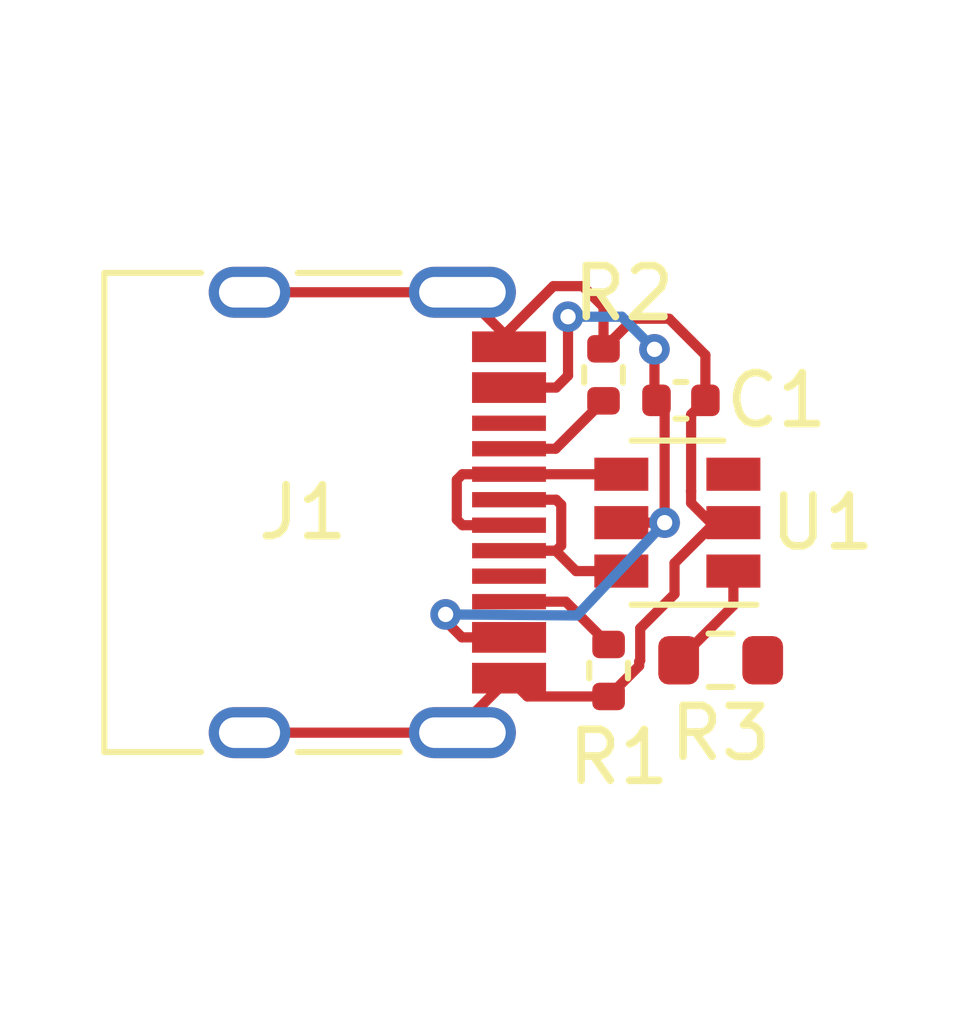
<source format=kicad_pcb>
(kicad_pcb (version 20221018) (generator pcbnew)
  (layers (0 "F.Cu" signal) (31 "B.Cu" signal) (34 "B.Paste" user) (35 "F.Paste" user) (36 "B.SilkS" user "B.Silkscreen") (37 "F.SilkS" user "F.Silkscreen") (38 "B.Mask" user) (39 "F.Mask" user) (44 "Edge.Cuts" user))
  (net 0 "")
  (net 1 "GND")
  (net 2 "VBUS")
  (net 3 "Net-(J1-PadB8)")
  (net 4 "Net-(J1-PadA5)")
  (net 5 "/USB_D-")
  (net 6 "/USB_D+")
  (net 7 "Net-(J1-PadA8)")
  (net 8 "Net-(J1-PadB5)")
  (net 9 "+3V3")
  (net 10 "/D+")
  (net 11 "/D-")
  (footprint "Resistor_SMD:R_0402_1005Metric" (layer "F.Cu") (at 149 89.5 -90)
    (fp_text reference "R1" (at 1.7 -0.2 180) (layer "F.SilkS"))
    (fp_text value "5.1k")
    (fp_line (start -0.153641 -0.38) (end 0.153641 -0.38) (stroke (width 0.12)) (layer "F.SilkS"))
    (fp_line (start -0.153641 0.38) (end 0.153641 0.38) (stroke (width 0.12)) (layer "F.SilkS"))
    (pad "1" smd roundrect (at -0.51 0 270) (size 0.54 0.64) (layers "F.Cu" "F.Paste" "F.Mask") (net 8 "Net-(J1-PadB5)"))
    (pad "2" smd roundrect (at 0.51 0 270) (size 0.54 0.64) (layers "F.Cu" "F.Paste" "F.Mask") (net 1 "GND"))
  )
  (footprint "Resistor_SMD:R_0402_1005Metric" (layer "F.Cu") (at 148.9 83.7 90)
    (fp_text reference "R2" (at 1.6 0.4 180) (layer "F.SilkS"))
    (fp_text value "5.1k")
    (fp_line (start -0.153641 -0.38) (end 0.153641 -0.38) (stroke (width 0.12)) (layer "F.SilkS"))
    (fp_line (start -0.153641 0.38) (end 0.153641 0.38) (stroke (width 0.12)) (layer "F.SilkS"))
    (pad "1" smd roundrect (at -0.51 0 90) (size 0.54 0.64) (layers "F.Cu" "F.Paste" "F.Mask") (net 4 "Net-(J1-PadA5)"))
    (pad "2" smd roundrect (at 0.51 0 90) (size 0.54 0.64) (layers "F.Cu" "F.Paste" "F.Mask") (net 1 "GND"))
  )
  (footprint "Connector_USB:USB_C_Receptacle_HRO_TYPE-C-31-M-12" (layer "F.Cu") (at 143 86.4 -90)
    (fp_text reference "J1" (at 0 0 180) (layer "F.SilkS"))
    (fp_text value "USB_C_Receptacle_USB2.0")
    (fp_line (start -4.7 -1.9) (end -4.7 0.1) (stroke (width 0.12)) (layer "F.SilkS"))
    (fp_line (start -4.7 2) (end -4.7 3.9) (stroke (width 0.12)) (layer "F.SilkS"))
    (fp_line (start -4.7 3.9) (end 4.7 3.9) (stroke (width 0.12)) (layer "F.SilkS"))
    (fp_line (start 4.7 -1.9) (end 4.7 0.1) (stroke (width 0.12)) (layer "F.SilkS"))
    (fp_line (start 4.7 2) (end 4.7 3.9) (stroke (width 0.12)) (layer "F.SilkS"))
    (pad "" np_thru_hole circle (at -2.89 -2.6 270) (size 0.65 0.65) (drill 0.65) (layers "*.Cu" "*.Mask"))
    (pad "" np_thru_hole circle (at 2.89 -2.6 270) (size 0.65 0.65) (drill 0.65) (layers "*.Cu" "*.Mask"))
    (pad "A1" smd rect (at -3.25 -4.045 270) (size 0.6 1.45) (layers "F.Cu" "F.Paste" "F.Mask") (net 1 "GND"))
    (pad "A4" smd rect (at -2.45 -4.045 270) (size 0.6 1.45) (layers "F.Cu" "F.Paste" "F.Mask") (net 2 "VBUS"))
    (pad "A5" smd rect (at -1.25 -4.045 270) (size 0.3 1.45) (layers "F.Cu" "F.Paste" "F.Mask") (net 4 "Net-(J1-PadA5)"))
    (pad "A6" smd rect (at -0.25 -4.045 270) (size 0.3 1.45) (layers "F.Cu" "F.Paste" "F.Mask") (net 6 "/USB_D+"))
    (pad "A7" smd rect (at 0.25 -4.045 270) (size 0.3 1.45) (layers "F.Cu" "F.Paste" "F.Mask") (net 5 "/USB_D-"))
    (pad "A8" smd rect (at 1.25 -4.045 270) (size 0.3 1.45) (layers "F.Cu" "F.Paste" "F.Mask") (net 7 "Net-(J1-PadA8)"))
    (pad "A9" smd rect (at 2.45 -4.045 270) (size 0.6 1.45) (layers "F.Cu" "F.Paste" "F.Mask") (net 2 "VBUS"))
    (pad "A12" smd rect (at 3.25 -4.045 270) (size 0.6 1.45) (layers "F.Cu" "F.Paste" "F.Mask") (net 1 "GND"))
    (pad "B1" smd rect (at 3.25 -4.045 270) (size 0.6 1.45) (layers "F.Cu" "F.Paste" "F.Mask") (net 1 "GND"))
    (pad "B4" smd rect (at 2.45 -4.045 270) (size 0.6 1.45) (layers "F.Cu" "F.Paste" "F.Mask") (net 2 "VBUS"))
    (pad "B5" smd rect (at 1.75 -4.045 270) (size 0.3 1.45) (layers "F.Cu" "F.Paste" "F.Mask") (net 8 "Net-(J1-PadB5)"))
    (pad "B6" smd rect (at 0.75 -4.045 270) (size 0.3 1.45) (layers "F.Cu" "F.Paste" "F.Mask") (net 6 "/USB_D+"))
    (pad "B7" smd rect (at -0.75 -4.045 270) (size 0.3 1.45) (layers "F.Cu" "F.Paste" "F.Mask") (net 5 "/USB_D-"))
    (pad "B8" smd rect (at -1.75 -4.045 270) (size 0.3 1.45) (layers "F.Cu" "F.Paste" "F.Mask") (net 3 "Net-(J1-PadB8)"))
    (pad "B9" smd rect (at -2.45 -4.045 270) (size 0.6 1.45) (layers "F.Cu" "F.Paste" "F.Mask") (net 2 "VBUS"))
    (pad "B12" smd rect (at -3.25 -4.045 270) (size 0.6 1.45) (layers "F.Cu" "F.Paste" "F.Mask") (net 1 "GND"))
    (pad "S1" thru_hole oval (at -4.32 -3.13 270) (size 1 2.1) (drill oval 0.6 1.7) (layers "*.Cu" "*.Mask") (net 1 "GND"))
    (pad "S1" thru_hole oval (at -4.32 1.05 270) (size 1 1.6) (drill oval 0.6 1.2) (layers "*.Cu" "*.Mask") (net 1 "GND"))
    (pad "S1" thru_hole oval (at 4.32 -3.13 270) (size 1 2.1) (drill oval 0.6 1.7) (layers "*.Cu" "*.Mask") (net 1 "GND"))
    (pad "S1" thru_hole oval (at 4.32 1.05 270) (size 1 1.6) (drill oval 0.6 1.2) (layers "*.Cu" "*.Mask") (net 1 "GND"))
  )
  (footprint "Capacitor_SMD:C_0402_1005Metric" (layer "F.Cu") (at 150.42 84.2)
    (fp_text reference "C1" (at 1.88 0) (layer "F.SilkS"))
    (fp_text value "100nF")
    (fp_line (start -0.107836 -0.36) (end 0.107836 -0.36) (stroke (width 0.12)) (layer "F.SilkS"))
    (fp_line (start -0.107836 0.36) (end 0.107836 0.36) (stroke (width 0.12)) (layer "F.SilkS"))
    (pad "1" smd roundrect (at -0.48 0) (size 0.56 0.62) (layers "F.Cu" "F.Paste" "F.Mask") (net 2 "VBUS"))
    (pad "2" smd roundrect (at 0.48 0) (size 0.56 0.62) (layers "F.Cu" "F.Paste" "F.Mask") (net 1 "GND"))
  )
  (footprint "Resistor_SMD:R_0603_1608Metric" (layer "F.Cu") (at 151.2 89.3 180)
    (fp_text reference "R3" (at 0 -1.43) (layer "F.SilkS"))
    (fp_text value "1.5k")
    (fp_line (start -0.237258 -0.5225) (end 0.237258 -0.5225) (stroke (width 0.12)) (layer "F.SilkS"))
    (fp_line (start -0.237258 0.5225) (end 0.237258 0.5225) (stroke (width 0.12)) (layer "F.SilkS"))
    (pad "1" smd roundrect (at -0.825 0 180) (size 0.8 0.95) (layers "F.Cu" "F.Paste" "F.Mask") (net 9 "+3V3"))
    (pad "2" smd roundrect (at 0.825 0 180) (size 0.8 0.95) (layers "F.Cu" "F.Paste" "F.Mask") (net 10 "/D+"))
  )
  (footprint "Package_TO_SOT_SMD:SOT-23-6" (layer "F.Cu") (at 150.35 86.6 180)
    (fp_text reference "U1" (at -2.85 0) (layer "F.SilkS"))
    (fp_text value "USBLC6-2SC6")
    (fp_line (start -0.9 1.61) (end 0.9 1.61) (stroke (width 0.12)) (layer "F.SilkS"))
    (fp_line (start 0.9 -1.61) (end -1.55 -1.61) (stroke (width 0.12)) (layer "F.SilkS"))
    (pad "1" smd rect (at -1.1 -0.95 180) (size 1.06 0.65) (layers "F.Cu" "F.Paste" "F.Mask") (net 10 "/D+"))
    (pad "2" smd rect (at -1.1 0 180) (size 1.06 0.65) (layers "F.Cu" "F.Paste" "F.Mask") (net 1 "GND"))
    (pad "3" smd rect (at -1.1 0.95 180) (size 1.06 0.65) (layers "F.Cu" "F.Paste" "F.Mask") (net 11 "/D-"))
    (pad "4" smd rect (at 1.1 0.95 180) (size 1.06 0.65) (layers "F.Cu" "F.Paste" "F.Mask") (net 5 "/USB_D-"))
    (pad "5" smd rect (at 1.1 0 180) (size 1.06 0.65) (layers "F.Cu" "F.Paste" "F.Mask") (net 2 "VBUS"))
    (pad "6" smd rect (at 1.1 -0.95 180) (size 1.06 0.65) (layers "F.Cu" "F.Paste" "F.Mask") (net 6 "/USB_D+"))
  )
  (segment (start 146.13 82.08) (end 141.95 82.08) (width 0.2) (layer "F.Cu") (net 1))
  (segment (start 147.045 82.830206) (end 147.045 83.15) (width 0.2) (layer "F.Cu") (net 1))
  (segment (start 149.62001 88.674812) (end 149.62001 89.305188) (width 0.2) (layer "F.Cu") (net 1))
  (segment (start 149.490001 82.599999) (end 150.188001 82.599999) (width 0.2) (layer "F.Cu") (net 1))
  (segment (start 147.045 82.995) (end 146.13 82.08) (width 0.2) (layer "F.Cu") (net 1))
  (segment (start 146.13 90.565) (end 147.045 89.65) (width 0.2) (layer "F.Cu") (net 1))
  (segment (start 149.62001 89.305188) (end 149.6 89.325198) (width 0.2) (layer "F.Cu") (net 1))
  (segment (start 148.9 83.19) (end 148.9 82.368836) (width 0.2) (layer "F.Cu") (net 1))
  (segment (start 146.13 90.72) (end 141.95 90.72) (width 0.2) (layer "F.Cu") (net 1))
  (segment (start 149.6 89.41) (end 149 90.01) (width 0.2) (layer "F.Cu") (net 1))
  (segment (start 150.9 84.2) (end 150.619999 84.480001) (width 0.2) (layer "F.Cu") (net 1))
  (segment (start 147.045 83.15) (end 147.045 82.995) (width 0.2) (layer "F.Cu") (net 1))
  (segment (start 150.294001 87.394001) (end 150.294001 88.000821) (width 0.2) (layer "F.Cu") (net 1))
  (segment (start 149.6 89.325198) (end 149.6 89.41) (width 0.2) (layer "F.Cu") (net 1))
  (segment (start 148.491186 81.960022) (end 147.915184 81.960022) (width 0.2) (layer "F.Cu") (net 1))
  (segment (start 150.294001 88.000821) (end 149.62001 88.674812) (width 0.2) (layer "F.Cu") (net 1))
  (segment (start 147.915184 81.960022) (end 147.045 82.830206) (width 0.2) (layer "F.Cu") (net 1))
  (segment (start 151.088002 86.6) (end 150.294001 87.394001) (width 0.2) (layer "F.Cu") (net 1))
  (segment (start 150.188001 82.599999) (end 150.9 83.311998) (width 0.2) (layer "F.Cu") (net 1))
  (segment (start 150.619999 84.480001) (end 150.619999 85.980001) (width 0.2) (layer "F.Cu") (net 1))
  (segment (start 150.619999 85.980001) (end 150.619999 86.215001) (width 0.2) (layer "F.Cu") (net 1))
  (segment (start 150.619999 86.215001) (end 151.004998 86.6) (width 0.2) (layer "F.Cu") (net 1))
  (segment (start 148.9 83.19) (end 149.490001 82.599999) (width 0.2) (layer "F.Cu") (net 1))
  (segment (start 149 90.01) (end 147.405 90.01) (width 0.2) (layer "F.Cu") (net 1))
  (segment (start 146.13 90.72) (end 146.13 90.565) (width 0.2) (layer "F.Cu") (net 1))
  (segment (start 147.405 90.01) (end 147.045 89.65) (width 0.2) (layer "F.Cu") (net 1))
  (segment (start 150.619999 85.980001) (end 150.619999 86) (width 0.2) (layer "F.Cu") (net 1))
  (segment (start 148.9 82.368836) (end 148.491186 81.960022) (width 0.2) (layer "F.Cu") (net 1))
  (segment (start 151.45 86.6) (end 151.088002 86.6) (width 0.2) (layer "F.Cu") (net 1))
  (segment (start 150.9 83.311998) (end 150.9 84.2) (width 0.2) (layer "F.Cu") (net 1))
  (segment (start 151.004998 86.6) (end 151.45 86.6) (width 0.2) (layer "F.Cu") (net 1))
  (segment (start 150.1 84.36) (end 149.94 84.2) (width 0.2) (layer "F.Cu") (net 2))
  (segment (start 149.9 83.2) (end 149.9 84.16) (width 0.2) (layer "F.Cu") (net 2))
  (segment (start 150.1 86.6) (end 149.25 86.6) (width 0.2) (layer "F.Cu") (net 2))
  (segment (start 148.203185 83.716815) (end 148.203185 82.560023) (width 0.2) (layer "F.Cu") (net 2))
  (segment (start 147.97 83.95) (end 148.203185 83.716815) (width 0.2) (layer "F.Cu") (net 2))
  (segment (start 145.691282 88.421282) (end 146.12 88.85) (width 0.2) (layer "F.Cu") (net 2))
  (segment (start 147.045 83.95) (end 147.97 83.95) (width 0.2) (layer "F.Cu") (net 2))
  (segment (start 149.9 84.16) (end 149.94 84.2) (width 0.2) (layer "F.Cu") (net 2))
  (segment (start 145.8 88.4) (end 145.691282 88.421282) (width 0.2) (layer "F.Cu") (net 2))
  (segment (start 146.12 88.85) (end 147.045 88.85) (width 0.2) (layer "F.Cu") (net 2))
  (segment (start 150.1 86.6) (end 150.1 84.36) (width 0.2) (layer "F.Cu") (net 2))
  (via (at 148.203185 82.560023) (size 0.6) (drill 0.3) (layers "F.Cu" "B.Cu") (net 2))
  (via (at 149.9 83.2) (size 0.6) (drill 0.3) (layers "F.Cu" "B.Cu") (net 2))
  (via (at 145.8 88.4) (size 0.6) (drill 0.3) (layers "F.Cu" "B.Cu") (net 2))
  (via (at 150.1 86.6) (size 0.6) (drill 0.3) (layers "F.Cu" "B.Cu") (net 2))
  (segment (start 149.260023 82.560023) (end 149.9 83.2) (width 0.2) (layer "B.Cu") (net 2))
  (segment (start 148.203185 82.560023) (end 149.260023 82.560023) (width 0.2) (layer "B.Cu") (net 2))
  (segment (start 148.378718 88.421282) (end 150.1 86.6) (width 0.2) (layer "B.Cu") (net 2))
  (segment (start 145.8 88.4) (end 148.378718 88.421282) (width 0.2) (layer "B.Cu") (net 2))
  (segment (start 147.045 85.15) (end 147.96 85.15) (width 0.2) (layer "F.Cu") (net 4))
  (segment (start 147.96 85.15) (end 148.9 84.21) (width 0.2) (layer "F.Cu") (net 4))
  (segment (start 146.019999 85.759999) (end 146.019999 86.540001) (width 0.2) (layer "F.Cu") (net 5))
  (segment (start 147.045 85.65) (end 146.129998 85.65) (width 0.2) (layer "F.Cu") (net 5))
  (segment (start 146.129998 86.65) (end 147.045 86.65) (width 0.2) (layer "F.Cu") (net 5))
  (segment (start 146.129998 85.65) (end 146.019999 85.759999) (width 0.2) (layer "F.Cu") (net 5))
  (segment (start 149.25 85.65) (end 147.045 85.65) (width 0.2) (layer "F.Cu") (net 5))
  (segment (start 146.019999 86.540001) (end 146.129998 86.65) (width 0.2) (layer "F.Cu") (net 5))
  (segment (start 147.97 87.15) (end 148.070001 87.049999) (width 0.2) (layer "F.Cu") (net 6))
  (segment (start 149.25 87.55) (end 148.360002 87.55) (width 0.2) (layer "F.Cu") (net 6))
  (segment (start 147.045 87.15) (end 147.97 87.15) (width 0.2) (layer "F.Cu") (net 6))
  (segment (start 147.97 86.15) (end 147.045 86.15) (width 0.2) (layer "F.Cu") (net 6))
  (segment (start 148.360002 87.55) (end 147.960002 87.15) (width 0.2) (layer "F.Cu") (net 6))
  (segment (start 148.070001 86.250001) (end 147.97 86.15) (width 0.2) (layer "F.Cu") (net 6))
  (segment (start 148.070001 87.049999) (end 148.070001 86.250001) (width 0.2) (layer "F.Cu") (net 6))
  (segment (start 147.960002 87.15) (end 147.045 87.15) (width 0.2) (layer "F.Cu") (net 6))
  (segment (start 148.16 88.15) (end 149 88.99) (width 0.2) (layer "F.Cu") (net 8))
  (segment (start 147.045 88.15) (end 148.16 88.15) (width 0.2) (layer "F.Cu") (net 8))
  (segment (start 151.45 87.55) (end 151.45 88.225) (width 0.2) (layer "F.Cu") (net 10))
  (segment (start 151.45 88.225) (end 150.375 89.3) (width 0.2) (layer "F.Cu") (net 10))
)
</source>
